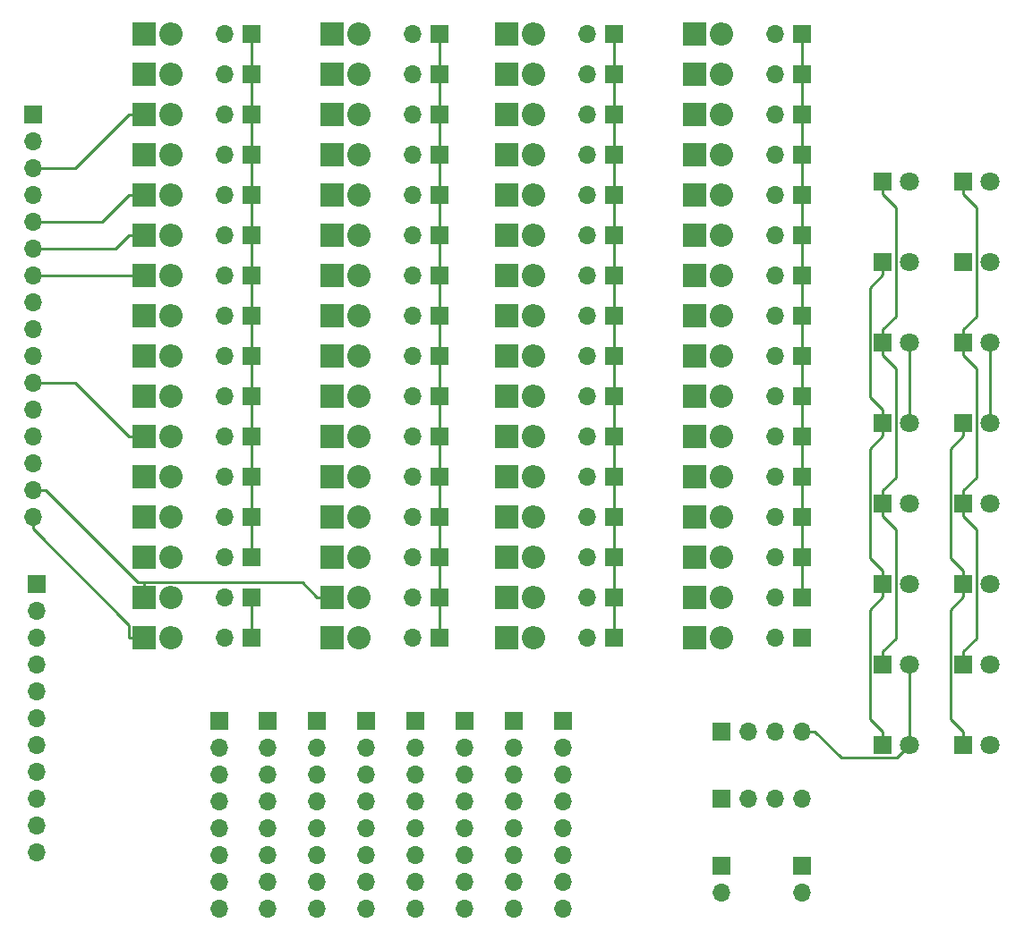
<source format=gbr>
G04 #@! TF.GenerationSoftware,KiCad,Pcbnew,(5.1.2-1)-1*
G04 #@! TF.CreationDate,2019-08-12T18:55:16+10:00*
G04 #@! TF.ProjectId,PanelSwitchPCB,50616e65-6c53-4776-9974-63685043422e,rev?*
G04 #@! TF.SameCoordinates,Original*
G04 #@! TF.FileFunction,Copper,L2,Bot*
G04 #@! TF.FilePolarity,Positive*
%FSLAX46Y46*%
G04 Gerber Fmt 4.6, Leading zero omitted, Abs format (unit mm)*
G04 Created by KiCad (PCBNEW (5.1.2-1)-1) date 2019-08-12 18:55:16*
%MOMM*%
%LPD*%
G04 APERTURE LIST*
%ADD10O,1.700000X1.700000*%
%ADD11R,1.700000X1.700000*%
%ADD12C,1.800000*%
%ADD13R,1.800000X1.800000*%
%ADD14O,2.200000X2.200000*%
%ADD15R,2.200000X2.200000*%
%ADD16C,0.250000*%
G04 APERTURE END LIST*
D10*
X133350000Y-107950000D03*
X130810000Y-107950000D03*
X128270000Y-107950000D03*
D11*
X125730000Y-107950000D03*
D10*
X133350000Y-101600000D03*
X130810000Y-101600000D03*
X128270000Y-101600000D03*
D11*
X125730000Y-101600000D03*
D12*
X151130000Y-102870000D03*
D13*
X148590000Y-102870000D03*
D12*
X151130000Y-87630000D03*
D13*
X148590000Y-87630000D03*
D12*
X151130000Y-72390000D03*
D13*
X148590000Y-72390000D03*
D12*
X151130000Y-57150000D03*
D13*
X148590000Y-57150000D03*
D12*
X143510000Y-102870000D03*
D13*
X140970000Y-102870000D03*
D12*
X143510000Y-87630000D03*
D13*
X140970000Y-87630000D03*
D12*
X143510000Y-72390000D03*
D13*
X140970000Y-72390000D03*
D12*
X143510000Y-57150000D03*
D13*
X140970000Y-57150000D03*
D12*
X151130000Y-95250000D03*
D13*
X148590000Y-95250000D03*
D12*
X151130000Y-80010000D03*
D13*
X148590000Y-80010000D03*
D12*
X151130000Y-64770000D03*
D13*
X148590000Y-64770000D03*
D12*
X151130000Y-49530000D03*
D13*
X148590000Y-49530000D03*
D12*
X143510000Y-95250000D03*
D13*
X140970000Y-95250000D03*
D12*
X143510000Y-80010000D03*
D13*
X140970000Y-80010000D03*
D12*
X143510000Y-64770000D03*
D13*
X140970000Y-64770000D03*
D12*
X143510000Y-49530000D03*
D13*
X140970000Y-49530000D03*
D10*
X110730000Y-118390000D03*
X110730000Y-115850000D03*
X110730000Y-113310000D03*
X110730000Y-110770000D03*
X110730000Y-108230000D03*
X110730000Y-105690000D03*
X110730000Y-103150000D03*
D11*
X110730000Y-100610000D03*
D10*
X106080000Y-118390000D03*
X106080000Y-115850000D03*
X106080000Y-113310000D03*
X106080000Y-110770000D03*
X106080000Y-108230000D03*
X106080000Y-105690000D03*
X106080000Y-103150000D03*
D11*
X106080000Y-100610000D03*
D10*
X101430000Y-118390000D03*
X101430000Y-115850000D03*
X101430000Y-113310000D03*
X101430000Y-110770000D03*
X101430000Y-108230000D03*
X101430000Y-105690000D03*
X101430000Y-103150000D03*
D11*
X101430000Y-100610000D03*
D10*
X96780000Y-118390000D03*
X96780000Y-115850000D03*
X96780000Y-113310000D03*
X96780000Y-110770000D03*
X96780000Y-108230000D03*
X96780000Y-105690000D03*
X96780000Y-103150000D03*
D11*
X96780000Y-100610000D03*
D10*
X92130000Y-118390000D03*
X92130000Y-115850000D03*
X92130000Y-113310000D03*
X92130000Y-110770000D03*
X92130000Y-108230000D03*
X92130000Y-105690000D03*
X92130000Y-103150000D03*
D11*
X92130000Y-100610000D03*
D10*
X87480000Y-118390000D03*
X87480000Y-115850000D03*
X87480000Y-113310000D03*
X87480000Y-110770000D03*
X87480000Y-108230000D03*
X87480000Y-105690000D03*
X87480000Y-103150000D03*
D11*
X87480000Y-100610000D03*
D10*
X82830000Y-118390000D03*
X82830000Y-115850000D03*
X82830000Y-113310000D03*
X82830000Y-110770000D03*
X82830000Y-108230000D03*
X82830000Y-105690000D03*
X82830000Y-103150000D03*
D11*
X82830000Y-100610000D03*
D10*
X125730000Y-116840000D03*
D11*
X125730000Y-114300000D03*
D10*
X78180000Y-118390000D03*
X78180000Y-115850000D03*
X78180000Y-113310000D03*
X78180000Y-110770000D03*
X78180000Y-108230000D03*
X78180000Y-105690000D03*
X78180000Y-103150000D03*
D11*
X78180000Y-100610000D03*
D10*
X133350000Y-116840000D03*
D11*
X133350000Y-114300000D03*
D10*
X130810000Y-92710000D03*
D11*
X133350000Y-92710000D03*
D10*
X130810000Y-88900000D03*
D11*
X133350000Y-88900000D03*
D10*
X130810000Y-85090000D03*
D11*
X133350000Y-85090000D03*
D10*
X130810000Y-81280000D03*
D11*
X133350000Y-81280000D03*
D10*
X130810000Y-77470000D03*
D11*
X133350000Y-77470000D03*
D10*
X130810000Y-73660000D03*
D11*
X133350000Y-73660000D03*
D10*
X130810000Y-69850000D03*
D11*
X133350000Y-69850000D03*
D10*
X130810000Y-66040000D03*
D11*
X133350000Y-66040000D03*
D10*
X130810000Y-62230000D03*
D11*
X133350000Y-62230000D03*
D10*
X130810000Y-58420000D03*
D11*
X133350000Y-58420000D03*
D10*
X130810000Y-54610000D03*
D11*
X133350000Y-54610000D03*
D10*
X130810000Y-50800000D03*
D11*
X133350000Y-50800000D03*
D10*
X130810000Y-46990000D03*
D11*
X133350000Y-46990000D03*
D10*
X130810000Y-43180000D03*
D11*
X133350000Y-43180000D03*
D10*
X130810000Y-39370000D03*
D11*
X133350000Y-39370000D03*
D10*
X130810000Y-35560000D03*
D11*
X133350000Y-35560000D03*
D14*
X125730000Y-92710000D03*
D15*
X123190000Y-92710000D03*
D14*
X125730000Y-88900000D03*
D15*
X123190000Y-88900000D03*
D14*
X125730000Y-85090000D03*
D15*
X123190000Y-85090000D03*
D14*
X125730000Y-81280000D03*
D15*
X123190000Y-81280000D03*
D14*
X125730000Y-77470000D03*
D15*
X123190000Y-77470000D03*
D14*
X125730000Y-73660000D03*
D15*
X123190000Y-73660000D03*
D14*
X125730000Y-69850000D03*
D15*
X123190000Y-69850000D03*
D14*
X125730000Y-66040000D03*
D15*
X123190000Y-66040000D03*
D14*
X125730000Y-62230000D03*
D15*
X123190000Y-62230000D03*
D14*
X125730000Y-58420000D03*
D15*
X123190000Y-58420000D03*
D14*
X125730000Y-54610000D03*
D15*
X123190000Y-54610000D03*
D14*
X125730000Y-50800000D03*
D15*
X123190000Y-50800000D03*
D14*
X125730000Y-46990000D03*
D15*
X123190000Y-46990000D03*
D14*
X125730000Y-43180000D03*
D15*
X123190000Y-43180000D03*
D14*
X125730000Y-39370000D03*
D15*
X123190000Y-39370000D03*
D14*
X125730000Y-35560000D03*
D15*
X123190000Y-35560000D03*
D10*
X113030000Y-92710000D03*
D11*
X115570000Y-92710000D03*
D10*
X113030000Y-88900000D03*
D11*
X115570000Y-88900000D03*
D10*
X113030000Y-85090000D03*
D11*
X115570000Y-85090000D03*
D10*
X113030000Y-81280000D03*
D11*
X115570000Y-81280000D03*
D10*
X113030000Y-77470000D03*
D11*
X115570000Y-77470000D03*
D10*
X113030000Y-73660000D03*
D11*
X115570000Y-73660000D03*
D10*
X113030000Y-69850000D03*
D11*
X115570000Y-69850000D03*
D10*
X113030000Y-66040000D03*
D11*
X115570000Y-66040000D03*
D10*
X113030000Y-62230000D03*
D11*
X115570000Y-62230000D03*
D10*
X113030000Y-58420000D03*
D11*
X115570000Y-58420000D03*
D10*
X113030000Y-54610000D03*
D11*
X115570000Y-54610000D03*
D10*
X113030000Y-50800000D03*
D11*
X115570000Y-50800000D03*
D10*
X113030000Y-46990000D03*
D11*
X115570000Y-46990000D03*
D10*
X113030000Y-43180000D03*
D11*
X115570000Y-43180000D03*
D10*
X113030000Y-39370000D03*
D11*
X115570000Y-39370000D03*
D10*
X113030000Y-35560000D03*
D11*
X115570000Y-35560000D03*
D14*
X107950000Y-92710000D03*
D15*
X105410000Y-92710000D03*
D14*
X107950000Y-88900000D03*
D15*
X105410000Y-88900000D03*
D14*
X107950000Y-85090000D03*
D15*
X105410000Y-85090000D03*
D14*
X107950000Y-81280000D03*
D15*
X105410000Y-81280000D03*
D14*
X107950000Y-77470000D03*
D15*
X105410000Y-77470000D03*
D14*
X107950000Y-73660000D03*
D15*
X105410000Y-73660000D03*
D14*
X107950000Y-69850000D03*
D15*
X105410000Y-69850000D03*
D14*
X107950000Y-66040000D03*
D15*
X105410000Y-66040000D03*
D14*
X107950000Y-62230000D03*
D15*
X105410000Y-62230000D03*
D14*
X107950000Y-58420000D03*
D15*
X105410000Y-58420000D03*
D14*
X107950000Y-54610000D03*
D15*
X105410000Y-54610000D03*
D14*
X107950000Y-50800000D03*
D15*
X105410000Y-50800000D03*
D14*
X107950000Y-46990000D03*
D15*
X105410000Y-46990000D03*
D14*
X107950000Y-43180000D03*
D15*
X105410000Y-43180000D03*
D14*
X107950000Y-39370000D03*
D15*
X105410000Y-39370000D03*
D14*
X107950000Y-35560000D03*
D15*
X105410000Y-35560000D03*
D10*
X96520000Y-92710000D03*
D11*
X99060000Y-92710000D03*
D10*
X96520000Y-88900000D03*
D11*
X99060000Y-88900000D03*
D10*
X96520000Y-85090000D03*
D11*
X99060000Y-85090000D03*
D10*
X96520000Y-81280000D03*
D11*
X99060000Y-81280000D03*
D10*
X96520000Y-77470000D03*
D11*
X99060000Y-77470000D03*
D10*
X96520000Y-73660000D03*
D11*
X99060000Y-73660000D03*
D10*
X96520000Y-69850000D03*
D11*
X99060000Y-69850000D03*
D10*
X96520000Y-66040000D03*
D11*
X99060000Y-66040000D03*
D10*
X96520000Y-62230000D03*
D11*
X99060000Y-62230000D03*
D10*
X96520000Y-58420000D03*
D11*
X99060000Y-58420000D03*
D10*
X96520000Y-54610000D03*
D11*
X99060000Y-54610000D03*
D10*
X96520000Y-50800000D03*
D11*
X99060000Y-50800000D03*
D10*
X96520000Y-46990000D03*
D11*
X99060000Y-46990000D03*
D10*
X96520000Y-43180000D03*
D11*
X99060000Y-43180000D03*
D10*
X96520000Y-39370000D03*
D11*
X99060000Y-39370000D03*
D10*
X96520000Y-35560000D03*
D11*
X99060000Y-35560000D03*
D14*
X91440000Y-92710000D03*
D15*
X88900000Y-92710000D03*
D14*
X91440000Y-88900000D03*
D15*
X88900000Y-88900000D03*
D14*
X91440000Y-85090000D03*
D15*
X88900000Y-85090000D03*
D14*
X91440000Y-81280000D03*
D15*
X88900000Y-81280000D03*
D14*
X91440000Y-77470000D03*
D15*
X88900000Y-77470000D03*
D14*
X91440000Y-73660000D03*
D15*
X88900000Y-73660000D03*
D14*
X91440000Y-69850000D03*
D15*
X88900000Y-69850000D03*
D14*
X91440000Y-66040000D03*
D15*
X88900000Y-66040000D03*
D14*
X91440000Y-62230000D03*
D15*
X88900000Y-62230000D03*
D14*
X91440000Y-58420000D03*
D15*
X88900000Y-58420000D03*
D14*
X91440000Y-54610000D03*
D15*
X88900000Y-54610000D03*
D14*
X91440000Y-50800000D03*
D15*
X88900000Y-50800000D03*
D14*
X91440000Y-46990000D03*
D15*
X88900000Y-46990000D03*
D14*
X91440000Y-43180000D03*
D15*
X88900000Y-43180000D03*
D14*
X91440000Y-39370000D03*
D15*
X88900000Y-39370000D03*
D14*
X91440000Y-35560000D03*
D15*
X88900000Y-35560000D03*
D10*
X60960000Y-113030000D03*
X60960000Y-110490000D03*
X60960000Y-107950000D03*
X60960000Y-105410000D03*
X60960000Y-102870000D03*
X60960000Y-100330000D03*
X60960000Y-97790000D03*
X60960000Y-95250000D03*
X60960000Y-92710000D03*
X60960000Y-90170000D03*
D11*
X60960000Y-87630000D03*
D10*
X60630000Y-81280000D03*
X60630000Y-78740000D03*
X60630000Y-76200000D03*
X60630000Y-73660000D03*
X60630000Y-71120000D03*
X60630000Y-68580000D03*
X60630000Y-66040000D03*
X60630000Y-63500000D03*
X60630000Y-60960000D03*
X60630000Y-58420000D03*
X60630000Y-55880000D03*
X60630000Y-53340000D03*
X60630000Y-50800000D03*
X60630000Y-48260000D03*
X60630000Y-45720000D03*
D11*
X60630000Y-43180000D03*
D10*
X78740000Y-92710000D03*
D11*
X81280000Y-92710000D03*
D10*
X78740000Y-88900000D03*
D11*
X81280000Y-88900000D03*
D10*
X78740000Y-85090000D03*
D11*
X81280000Y-85090000D03*
D10*
X78740000Y-81280000D03*
D11*
X81280000Y-81280000D03*
D10*
X78740000Y-77470000D03*
D11*
X81280000Y-77470000D03*
D10*
X78740000Y-73660000D03*
D11*
X81280000Y-73660000D03*
D10*
X78740000Y-69850000D03*
D11*
X81280000Y-69850000D03*
D10*
X78740000Y-66040000D03*
D11*
X81280000Y-66040000D03*
D10*
X78740000Y-62230000D03*
D11*
X81280000Y-62230000D03*
D10*
X78740000Y-58420000D03*
D11*
X81280000Y-58420000D03*
D10*
X78740000Y-54610000D03*
D11*
X81280000Y-54610000D03*
D10*
X78740000Y-50800000D03*
D11*
X81280000Y-50800000D03*
D10*
X78740000Y-46990000D03*
D11*
X81280000Y-46990000D03*
D10*
X78740000Y-43180000D03*
D11*
X81280000Y-43180000D03*
D10*
X78740000Y-39370000D03*
D11*
X81280000Y-39370000D03*
D10*
X78740000Y-35560000D03*
D11*
X81280000Y-35560000D03*
D14*
X73660000Y-92710000D03*
D15*
X71120000Y-92710000D03*
D14*
X73660000Y-88900000D03*
D15*
X71120000Y-88900000D03*
D14*
X73660000Y-85090000D03*
D15*
X71120000Y-85090000D03*
D14*
X73660000Y-81280000D03*
D15*
X71120000Y-81280000D03*
D14*
X73660000Y-77470000D03*
D15*
X71120000Y-77470000D03*
D14*
X73660000Y-73660000D03*
D15*
X71120000Y-73660000D03*
D14*
X73660000Y-69850000D03*
D15*
X71120000Y-69850000D03*
D14*
X73660000Y-66040000D03*
D15*
X71120000Y-66040000D03*
D14*
X73660000Y-62230000D03*
D15*
X71120000Y-62230000D03*
D14*
X73660000Y-58420000D03*
D15*
X71120000Y-58420000D03*
D14*
X73660000Y-54610000D03*
D15*
X71120000Y-54610000D03*
D14*
X73660000Y-50800000D03*
D15*
X71120000Y-50800000D03*
D14*
X73660000Y-46990000D03*
D15*
X71120000Y-46990000D03*
D14*
X73660000Y-43180000D03*
D15*
X71120000Y-43180000D03*
D14*
X73660000Y-39370000D03*
D15*
X71120000Y-39370000D03*
D14*
X73660000Y-35560000D03*
D15*
X71120000Y-35560000D03*
D16*
X60630000Y-48260000D02*
X64614700Y-48260000D01*
X64614700Y-48260000D02*
X69694700Y-43180000D01*
X69694700Y-43180000D02*
X71120000Y-43180000D01*
X60630000Y-53340000D02*
X67154700Y-53340000D01*
X67154700Y-53340000D02*
X69694700Y-50800000D01*
X69694700Y-50800000D02*
X71120000Y-50800000D01*
X60630000Y-55880000D02*
X68424700Y-55880000D01*
X68424700Y-55880000D02*
X69694700Y-54610000D01*
X69694700Y-54610000D02*
X71120000Y-54610000D01*
X60630000Y-58420000D02*
X71120000Y-58420000D01*
X60630000Y-68580000D02*
X64614700Y-68580000D01*
X64614700Y-68580000D02*
X69694700Y-73660000D01*
X69694700Y-73660000D02*
X71120000Y-73660000D01*
X60630000Y-78740000D02*
X61805300Y-78740000D01*
X61805300Y-78740000D02*
X70540000Y-87474700D01*
X70540000Y-87474700D02*
X71120000Y-87474700D01*
X71120000Y-88900000D02*
X71120000Y-87474700D01*
X71120000Y-87474700D02*
X86049400Y-87474700D01*
X86049400Y-87474700D02*
X87474700Y-88900000D01*
X87474700Y-88900000D02*
X88900000Y-88900000D01*
X60630000Y-81280000D02*
X60630000Y-82455300D01*
X60630000Y-82455300D02*
X69694700Y-91520000D01*
X69694700Y-91520000D02*
X69694700Y-92710000D01*
X69694700Y-92710000D02*
X71120000Y-92710000D01*
X81280000Y-88900000D02*
X81280000Y-92710000D01*
X81280000Y-35560000D02*
X81280000Y-39370000D01*
X81280000Y-39370000D02*
X81280000Y-43180000D01*
X81280000Y-43180000D02*
X81280000Y-46990000D01*
X81280000Y-46990000D02*
X81280000Y-50800000D01*
X81280000Y-50800000D02*
X81280000Y-54610000D01*
X81280000Y-54610000D02*
X81280000Y-58420000D01*
X81280000Y-58420000D02*
X81280000Y-62230000D01*
X81280000Y-62230000D02*
X81280000Y-66040000D01*
X81280000Y-66040000D02*
X81280000Y-69850000D01*
X81280000Y-69850000D02*
X81280000Y-73660000D01*
X81280000Y-73660000D02*
X81280000Y-77470000D01*
X81280000Y-77470000D02*
X81280000Y-81280000D01*
X81280000Y-81280000D02*
X81280000Y-85090000D01*
X99060000Y-35560000D02*
X99060000Y-39370000D01*
X99060000Y-39370000D02*
X99060000Y-43180000D01*
X99060000Y-43180000D02*
X99060000Y-46990000D01*
X99060000Y-46990000D02*
X99060000Y-50800000D01*
X99060000Y-50800000D02*
X99060000Y-54610000D01*
X99060000Y-54610000D02*
X99060000Y-58420000D01*
X99060000Y-58420000D02*
X99060000Y-62230000D01*
X99060000Y-62230000D02*
X99060000Y-66040000D01*
X99060000Y-66040000D02*
X99060000Y-69850000D01*
X99060000Y-69850000D02*
X99060000Y-73660000D01*
X99060000Y-73660000D02*
X99060000Y-77470000D01*
X99060000Y-77470000D02*
X99060000Y-81280000D01*
X99060000Y-81280000D02*
X99060000Y-85090000D01*
X99060000Y-85090000D02*
X99060000Y-88900000D01*
X99060000Y-88900000D02*
X99060000Y-92710000D01*
X115570000Y-35560000D02*
X115570000Y-39370000D01*
X115570000Y-39370000D02*
X115570000Y-43180000D01*
X115570000Y-43180000D02*
X115570000Y-46990000D01*
X115570000Y-46990000D02*
X115570000Y-50800000D01*
X115570000Y-50800000D02*
X115570000Y-54610000D01*
X115570000Y-54610000D02*
X115570000Y-58420000D01*
X115570000Y-58420000D02*
X115570000Y-62230000D01*
X115570000Y-62230000D02*
X115570000Y-66040000D01*
X115570000Y-66040000D02*
X115570000Y-69850000D01*
X115570000Y-69850000D02*
X115570000Y-73660000D01*
X115570000Y-73660000D02*
X115570000Y-77470000D01*
X115570000Y-77470000D02*
X115570000Y-81280000D01*
X115570000Y-81280000D02*
X115570000Y-85090000D01*
X115570000Y-85090000D02*
X115570000Y-88900000D01*
X115570000Y-88900000D02*
X115570000Y-92710000D01*
X133350000Y-35560000D02*
X133350000Y-39370000D01*
X133350000Y-39370000D02*
X133350000Y-43180000D01*
X133350000Y-43180000D02*
X133350000Y-46990000D01*
X133350000Y-46990000D02*
X133350000Y-50800000D01*
X133350000Y-50800000D02*
X133350000Y-54610000D01*
X133350000Y-54610000D02*
X133350000Y-58420000D01*
X133350000Y-58420000D02*
X133350000Y-62230000D01*
X133350000Y-62230000D02*
X133350000Y-66040000D01*
X133350000Y-66040000D02*
X133350000Y-69850000D01*
X133350000Y-69850000D02*
X133350000Y-73660000D01*
X133350000Y-73660000D02*
X133350000Y-77470000D01*
X133350000Y-77470000D02*
X133350000Y-81280000D01*
X133350000Y-81280000D02*
X133350000Y-85090000D01*
X133350000Y-85090000D02*
X133350000Y-88900000D01*
X140970000Y-64770000D02*
X140970000Y-63544700D01*
X140970000Y-49530000D02*
X140970000Y-50755300D01*
X140970000Y-50755300D02*
X142195300Y-51980600D01*
X142195300Y-51980600D02*
X142195300Y-62319400D01*
X142195300Y-62319400D02*
X140970000Y-63544700D01*
X140970000Y-64770000D02*
X140970000Y-65995300D01*
X140970000Y-65995300D02*
X142195300Y-67220600D01*
X142195300Y-67220600D02*
X142195300Y-77559400D01*
X142195300Y-77559400D02*
X140970000Y-78784700D01*
X140970000Y-80010000D02*
X140970000Y-78784700D01*
X140970000Y-95250000D02*
X140970000Y-94024700D01*
X140970000Y-80010000D02*
X140970000Y-81235300D01*
X140970000Y-81235300D02*
X142195300Y-82460600D01*
X142195300Y-82460600D02*
X142195300Y-92799400D01*
X142195300Y-92799400D02*
X140970000Y-94024700D01*
X151130000Y-64770000D02*
X151130000Y-72390000D01*
X143510000Y-64770000D02*
X143510000Y-72390000D01*
X133350000Y-101600000D02*
X134525300Y-101600000D01*
X143510000Y-102870000D02*
X142284600Y-104095400D01*
X142284600Y-104095400D02*
X137020700Y-104095400D01*
X137020700Y-104095400D02*
X134525300Y-101600000D01*
X143510000Y-95250000D02*
X143510000Y-102870000D01*
X148590000Y-64770000D02*
X148590000Y-63544700D01*
X148590000Y-49530000D02*
X148590000Y-50755300D01*
X148590000Y-50755300D02*
X149815300Y-51980600D01*
X149815300Y-51980600D02*
X149815300Y-62319400D01*
X149815300Y-62319400D02*
X148590000Y-63544700D01*
X148590000Y-64770000D02*
X148590000Y-65995300D01*
X148590000Y-65995300D02*
X149815300Y-67220600D01*
X149815300Y-67220600D02*
X149815300Y-77559400D01*
X149815300Y-77559400D02*
X148590000Y-78784700D01*
X148590000Y-80010000D02*
X148590000Y-78784700D01*
X148590000Y-95250000D02*
X148590000Y-94024700D01*
X148590000Y-80010000D02*
X148590000Y-81235300D01*
X148590000Y-81235300D02*
X149815300Y-82460600D01*
X149815300Y-82460600D02*
X149815300Y-92799400D01*
X149815300Y-92799400D02*
X148590000Y-94024700D01*
X140970000Y-72390000D02*
X140970000Y-71164700D01*
X140970000Y-57150000D02*
X140970000Y-58375300D01*
X140970000Y-58375300D02*
X139744700Y-59600600D01*
X139744700Y-59600600D02*
X139744700Y-69939400D01*
X139744700Y-69939400D02*
X140970000Y-71164700D01*
X140970000Y-72390000D02*
X140970000Y-73615300D01*
X140970000Y-73615300D02*
X139744700Y-74840600D01*
X139744700Y-74840600D02*
X139744700Y-85179400D01*
X139744700Y-85179400D02*
X140970000Y-86404700D01*
X140970000Y-87630000D02*
X140970000Y-86404700D01*
X140970000Y-102870000D02*
X140970000Y-101644700D01*
X140970000Y-87630000D02*
X140970000Y-88855300D01*
X140970000Y-88855300D02*
X139744700Y-90080600D01*
X139744700Y-90080600D02*
X139744700Y-100419400D01*
X139744700Y-100419400D02*
X140970000Y-101644700D01*
X148590000Y-87630000D02*
X148590000Y-86404700D01*
X148590000Y-72390000D02*
X148590000Y-73615300D01*
X148590000Y-73615300D02*
X147364700Y-74840600D01*
X147364700Y-74840600D02*
X147364700Y-85179400D01*
X147364700Y-85179400D02*
X148590000Y-86404700D01*
X148590000Y-102870000D02*
X148590000Y-101644700D01*
X148590000Y-87630000D02*
X148590000Y-88855300D01*
X148590000Y-88855300D02*
X147364700Y-90080600D01*
X147364700Y-90080600D02*
X147364700Y-100419400D01*
X147364700Y-100419400D02*
X148590000Y-101644700D01*
M02*

</source>
